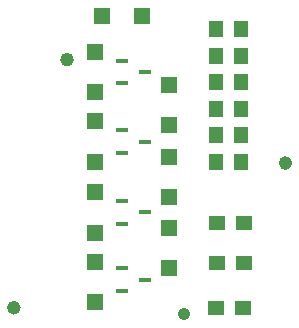
<source format=gbr>
G04 DesignSpark PCB Gerber Version 10.0 Build 5299*
G04 #@! TF.Part,Single*
G04 #@! TF.FileFunction,Paste,Top*
G04 #@! TF.FilePolarity,Positive*
%FSLAX35Y35*%
%MOIN*%
G04 #@! TA.AperFunction,SMDPad,CuDef*
%ADD75R,0.04900X0.05400*%
%ADD74R,0.05700X0.05700*%
G04 #@! TD.AperFunction*
%ADD12C,0.00500*%
G04 #@! TA.AperFunction,SMDPad,CuDef*
%ADD77C,0.04124*%
%ADD78R,0.04400X0.01700*%
%ADD76R,0.05400X0.04900*%
G04 #@! TD.AperFunction*
X0Y0D02*
D02*
D12*
X18515Y9948D02*
G75*
G03*
X22452I1969J0D01*
G01*
G75*
G03*
X18515I-1969J0D01*
G01*
G36*
X18515Y9948D02*
G75*
G03*
X22452I1969J0D01*
G01*
G75*
G03*
X18515I-1969J0D01*
G01*
G37*
X36231Y92626D02*
G75*
G03*
X40169I1969J0D01*
G01*
G75*
G03*
X36231I-1969J0D01*
G01*
G36*
X36231Y92626D02*
G75*
G03*
X40169I1969J0D01*
G01*
G75*
G03*
X36231I-1969J0D01*
G01*
G37*
X109066Y58177D02*
G75*
G03*
X113003I1969J0D01*
G01*
G75*
G03*
X109066I-1969J0D01*
G01*
G36*
X109066Y58177D02*
G75*
G03*
X113003I1969J0D01*
G01*
G75*
G03*
X109066I-1969J0D01*
G01*
G37*
D02*
D74*
X47415Y11786D03*
Y25186D03*
Y35015D03*
Y48415D03*
Y58637D03*
Y72037D03*
Y81865D03*
Y95265D03*
X49770Y107069D03*
X63170D03*
X72219Y23204D03*
Y36604D03*
Y46826D03*
Y60226D03*
Y70841D03*
Y84241D03*
D02*
D75*
X87967Y58474D03*
Y67474D03*
Y76191D03*
Y85191D03*
Y93907D03*
Y102907D03*
X96234Y58474D03*
Y67474D03*
Y76191D03*
Y85191D03*
Y93907D03*
Y102907D03*
D02*
D76*
X88031Y9825D03*
X88191Y24785D03*
Y38171D03*
X97031Y9825D03*
X97191Y24785D03*
Y38171D03*
D02*
D77*
X77337Y7856D03*
D02*
D78*
X56557Y15524D03*
Y23024D03*
Y37965D03*
Y45465D03*
Y61587D03*
Y69087D03*
Y84815D03*
Y92315D03*
X64257Y19274D03*
Y41715D03*
Y65337D03*
Y88565D03*
X0Y0D02*
M02*

</source>
